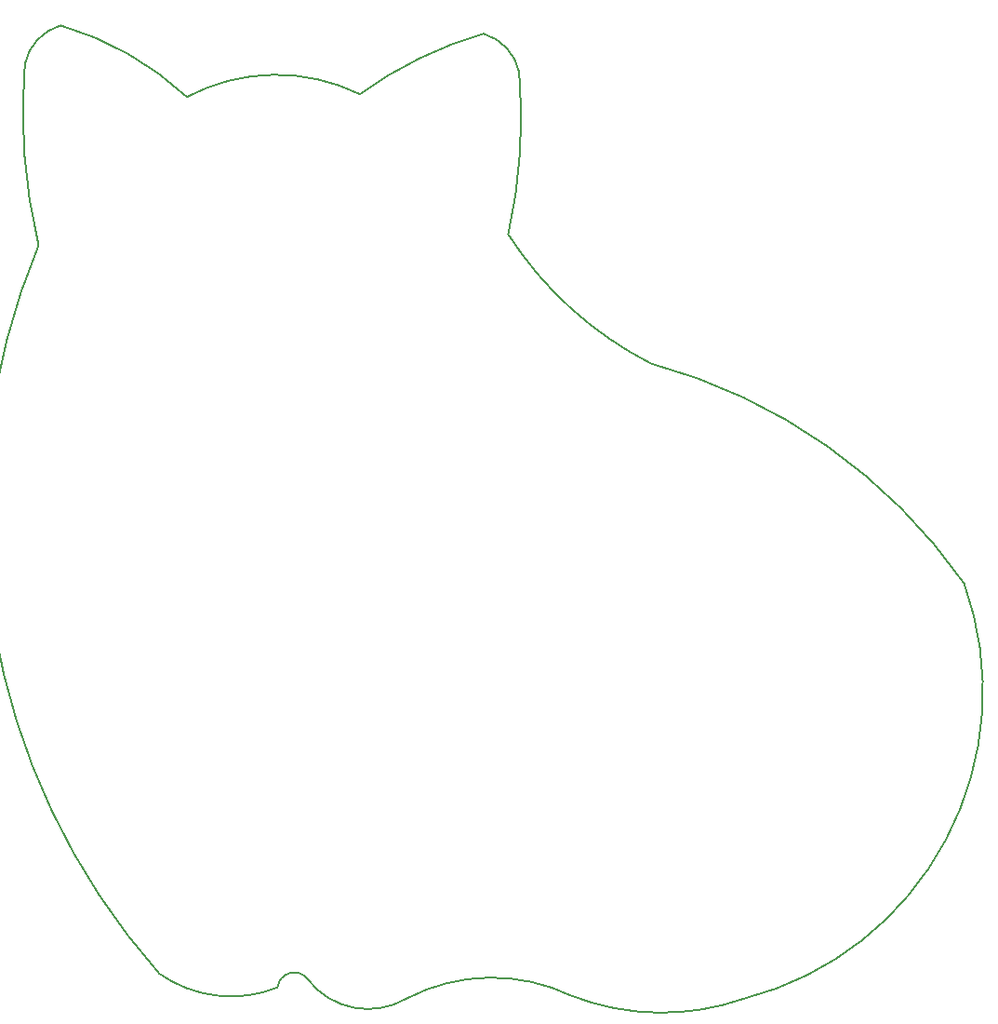
<source format=gbr>
%TF.GenerationSoftware,KiCad,Pcbnew,(6.0.9)*%
%TF.CreationDate,2022-12-26T12:39:24-05:00*%
%TF.ProjectId,Kitty_PCB,4b697474-795f-4504-9342-2e6b69636164,rev?*%
%TF.SameCoordinates,Original*%
%TF.FileFunction,Profile,NP*%
%FSLAX46Y46*%
G04 Gerber Fmt 4.6, Leading zero omitted, Abs format (unit mm)*
G04 Created by KiCad (PCBNEW (6.0.9)) date 2022-12-26 12:39:24*
%MOMM*%
%LPD*%
G01*
G04 APERTURE LIST*
%TA.AperFunction,Profile*%
%ADD10C,0.200000*%
%TD*%
G04 APERTURE END LIST*
D10*
X132079980Y-137080016D02*
G75*
G03*
X141080000Y-138830000I5489820J4215516D01*
G01*
X191829998Y-101080001D02*
G75*
G03*
X163330000Y-81080000I-41780248J-29230599D01*
G01*
X106329992Y-53829999D02*
G75*
G03*
X107580000Y-70330000I51690208J-4381401D01*
G01*
X156080008Y-138579983D02*
G75*
G03*
X141080000Y-138830000I-7251008J-15063717D01*
G01*
X148079998Y-51079993D02*
G75*
G03*
X136830000Y-56580000I10081902J-34877707D01*
G01*
X136830000Y-56579999D02*
G75*
G03*
X121080000Y-56830000I-7629960J-15562451D01*
G01*
X150329999Y-69330000D02*
G75*
G03*
X151330000Y-54580000I-47564299J10633600D01*
G01*
X121079993Y-56830007D02*
G75*
G03*
X109580000Y-50330000I-19441393J-20973193D01*
G01*
X109580001Y-50330005D02*
G75*
G03*
X106330000Y-53830000I1296899J-4463195D01*
G01*
X150330012Y-69329992D02*
G75*
G03*
X163330000Y-81080000I28237888J18175392D01*
G01*
X132080040Y-137079970D02*
G75*
G03*
X129330000Y-137830000I-1228040J-913930D01*
G01*
X156080010Y-138579975D02*
G75*
G03*
X171830000Y-138830000I8212490J21135075D01*
G01*
X151330005Y-54579999D02*
G75*
G03*
X148080000Y-51080000I-4546905J-963201D01*
G01*
X118580005Y-136579993D02*
G75*
G03*
X129330000Y-137830000I6536795J9366393D01*
G01*
X107579996Y-70329998D02*
G75*
G03*
X118580000Y-136580000I58265994J-24363852D01*
G01*
X171830000Y-138830001D02*
G75*
G03*
X191830000Y-101080000I-7165360J27969231D01*
G01*
M02*

</source>
